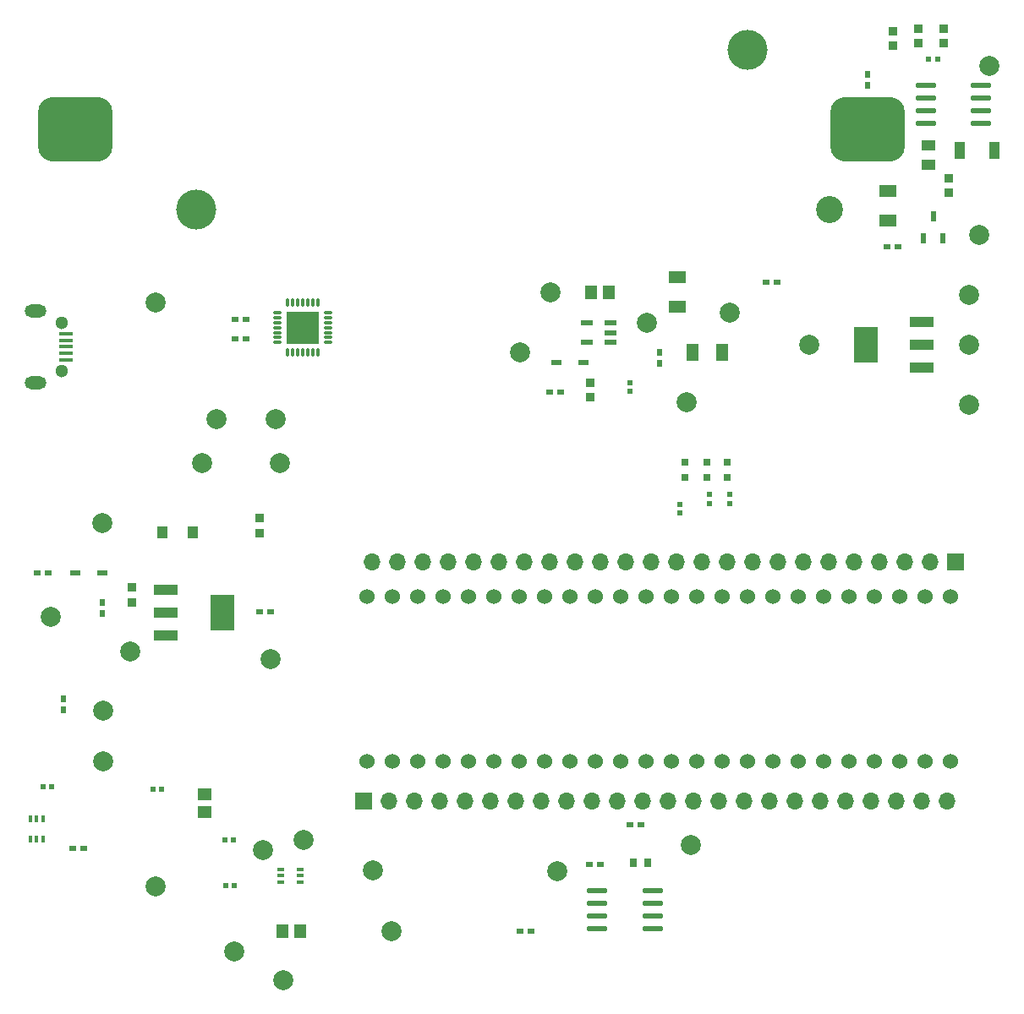
<source format=gts>
%TF.GenerationSoftware,KiCad,Pcbnew,(7.0.0)*%
%TF.CreationDate,2023-04-13T21:40:42+02:00*%
%TF.ProjectId,SCHEMATICS,53434845-4d41-4544-9943-532e6b696361,rev?*%
%TF.SameCoordinates,Original*%
%TF.FileFunction,Soldermask,Top*%
%TF.FilePolarity,Negative*%
%FSLAX46Y46*%
G04 Gerber Fmt 4.6, Leading zero omitted, Abs format (unit mm)*
G04 Created by KiCad (PCBNEW (7.0.0)) date 2023-04-13 21:40:42*
%MOMM*%
%LPD*%
G01*
G04 APERTURE LIST*
G04 Aperture macros list*
%AMRoundRect*
0 Rectangle with rounded corners*
0 $1 Rounding radius*
0 $2 $3 $4 $5 $6 $7 $8 $9 X,Y pos of 4 corners*
0 Add a 4 corners polygon primitive as box body*
4,1,4,$2,$3,$4,$5,$6,$7,$8,$9,$2,$3,0*
0 Add four circle primitives for the rounded corners*
1,1,$1+$1,$2,$3*
1,1,$1+$1,$4,$5*
1,1,$1+$1,$6,$7*
1,1,$1+$1,$8,$9*
0 Add four rect primitives between the rounded corners*
20,1,$1+$1,$2,$3,$4,$5,0*
20,1,$1+$1,$4,$5,$6,$7,0*
20,1,$1+$1,$6,$7,$8,$9,0*
20,1,$1+$1,$8,$9,$2,$3,0*%
G04 Aperture macros list end*
%ADD10R,0.540005X0.565659*%
%ADD11R,0.700000X0.600000*%
%ADD12C,2.000000*%
%ADD13R,1.450000X1.150000*%
%ADD14C,1.524000*%
%ADD15R,1.207518X1.701016*%
%ADD16R,0.600000X0.700000*%
%ADD17R,1.400000X0.400000*%
%ADD18C,1.300000*%
%ADD19O,2.200000X1.300000*%
%ADD20R,0.565659X0.540005*%
%ADD21R,0.350013X0.780010*%
%ADD22R,1.100000X1.700000*%
%ADD23R,0.864008X0.806477*%
%ADD24R,1.000000X0.600000*%
%ADD25R,0.970000X0.920000*%
%ADD26R,1.156998X0.489992*%
%ADD27R,1.175006X0.489992*%
%ADD28R,1.000000X1.200000*%
%ADD29R,0.532004X1.070003*%
%ADD30R,2.470003X0.980010*%
%ADD31R,2.470003X3.600000*%
%ADD32R,0.800000X0.800000*%
%ADD33R,0.800000X0.900000*%
%ADD34R,1.377013X1.132537*%
%ADD35R,1.701016X1.207518*%
%ADD36O,2.045009X0.588011*%
%ADD37R,1.150000X1.450000*%
%ADD38R,1.700000X1.700000*%
%ADD39O,1.700000X1.700000*%
%ADD40C,4.000000*%
%ADD41C,2.700000*%
%ADD42RoundRect,1.625000X-2.125000X-1.625000X2.125000X-1.625000X2.125000X1.625000X-2.125000X1.625000X0*%
%ADD43O,0.900000X0.280010*%
%ADD44O,0.280010X0.900000*%
%ADD45R,3.200000X3.200000*%
%ADD46R,0.780010X0.350013*%
G04 APERTURE END LIST*
D10*
%TO.C,R29*%
X156999999Y-97865633D03*
X156999999Y-96999999D03*
%TD*%
%TO.C,R27*%
X159999999Y-96865633D03*
X159999999Y-95999999D03*
%TD*%
%TO.C,R25*%
X161999999Y-95999999D03*
X161999999Y-96865633D03*
%TD*%
D11*
%TO.C,R33*%
X147978915Y-133068503D03*
X149078915Y-133068503D03*
%TD*%
D12*
%TO.C,TP8*%
X116969711Y-92799975D03*
%TD*%
%TO.C,TP24*%
X104499111Y-76750000D03*
%TD*%
D13*
%TO.C,C4*%
X109409999Y-127829999D03*
X109409999Y-126029999D03*
%TD*%
D12*
%TO.C,TP36*%
X126306274Y-133612033D03*
%TD*%
%TO.C,TP4*%
X153726500Y-78753538D03*
%TD*%
D11*
%TO.C,R28*%
X112477999Y-78422253D03*
X113577999Y-78422253D03*
%TD*%
D14*
%TO.C,U8*%
X184126500Y-106193500D03*
X181586500Y-106193500D03*
X179046500Y-106193500D03*
X176506500Y-106193500D03*
X173966500Y-106193500D03*
X171426500Y-106193500D03*
X168886500Y-106193500D03*
X166346500Y-106193500D03*
X163806500Y-106193500D03*
X161266500Y-106193500D03*
X158726500Y-106193500D03*
X156186500Y-106193500D03*
X153646500Y-106193500D03*
X151106500Y-106193500D03*
X148566500Y-106193500D03*
X146026500Y-106193500D03*
X143486500Y-106193500D03*
X140946500Y-106193500D03*
X138406500Y-106193500D03*
X135866500Y-106193500D03*
X133326500Y-106193500D03*
X130786500Y-106193500D03*
X128246500Y-106193500D03*
X125706500Y-106193500D03*
X125706500Y-122703500D03*
X128246500Y-122703500D03*
X130786500Y-122703500D03*
X133326500Y-122703500D03*
X135866500Y-122703500D03*
X138406500Y-122703500D03*
X140946500Y-122703500D03*
X143486500Y-122703500D03*
X146026500Y-122703500D03*
X148566500Y-122703500D03*
X151106500Y-122703500D03*
X153646500Y-122703500D03*
X156186500Y-122703500D03*
X158726500Y-122703500D03*
X161266500Y-122703500D03*
X163806500Y-122703500D03*
X166346500Y-122703500D03*
X168886500Y-122703500D03*
X171426500Y-122703500D03*
X173966500Y-122703500D03*
X176506500Y-122703500D03*
X179046500Y-122703500D03*
X181586500Y-122703500D03*
X184126500Y-122703500D03*
%TD*%
D12*
%TO.C,TP3*%
X144033840Y-75753538D03*
%TD*%
%TO.C,TP31*%
X187000000Y-70000000D03*
%TD*%
D15*
%TO.C,R22*%
X158247708Y-81703499D03*
X161205290Y-81703499D03*
%TD*%
D11*
%TO.C,R24*%
X165626499Y-74703499D03*
X166726499Y-74703499D03*
%TD*%
D16*
%TO.C,R17*%
X95249999Y-117569999D03*
X95249999Y-116469999D03*
%TD*%
D17*
%TO.C,MicroXNJ1*%
X95521335Y-79874967D03*
X95521335Y-80524955D03*
X95521335Y-81174942D03*
X95521335Y-81824929D03*
X95521335Y-82474917D03*
D18*
X95148717Y-83599886D03*
D19*
X92478663Y-84774891D03*
X92478663Y-77574993D03*
D18*
X95148717Y-78750000D03*
%TD*%
D20*
%TO.C,R40*%
X182804816Y-52323999D03*
X181939182Y-52323999D03*
%TD*%
D21*
%TO.C,U3*%
X93249999Y-128490015D03*
X92600012Y-128490015D03*
X91950025Y-128490015D03*
X91950025Y-130469999D03*
X92600012Y-130469999D03*
X93249999Y-130469999D03*
%TD*%
D12*
%TO.C,TP16*%
X117306274Y-144612033D03*
%TD*%
D11*
%TO.C,R14*%
X177715999Y-71119999D03*
X178815999Y-71119999D03*
%TD*%
%TO.C,R5*%
X92649999Y-103799974D03*
X93749999Y-103799974D03*
%TD*%
D16*
%TO.C,R15*%
X175767999Y-54947999D03*
X175767999Y-53847999D03*
%TD*%
D12*
%TO.C,TP20*%
X162033840Y-77753538D03*
%TD*%
D22*
%TO.C,D3*%
X188467999Y-61467999D03*
X185067949Y-61467999D03*
%TD*%
D23*
%TO.C,R9*%
X178307999Y-49538633D03*
X178307999Y-51045365D03*
%TD*%
D10*
%TO.C,R3*%
X152033839Y-85619171D03*
X152033839Y-84753537D03*
%TD*%
D12*
%TO.C,TP5*%
X94000000Y-108250000D03*
%TD*%
%TO.C,TP29*%
X186000000Y-76000000D03*
%TD*%
%TO.C,TP17*%
X115306274Y-131612033D03*
%TD*%
D20*
%TO.C,R21*%
X111481190Y-130632007D03*
X112346824Y-130632007D03*
%TD*%
D12*
%TO.C,TP28*%
X186000000Y-81000000D03*
%TD*%
D24*
%TO.C,D4*%
X96469799Y-103799974D03*
X99169799Y-103799974D03*
%TD*%
D25*
%TO.C,C3*%
X114969710Y-98299974D03*
X114969710Y-99849974D03*
%TD*%
D12*
%TO.C,TP14*%
X99250000Y-117670000D03*
%TD*%
D11*
%TO.C,R7*%
X114949999Y-107749999D03*
X116049999Y-107749999D03*
%TD*%
D23*
%TO.C,R2*%
X148033839Y-84753537D03*
X148033839Y-86260269D03*
%TD*%
D26*
%TO.C,TP4054-42-SOT25R1*%
X150033839Y-80703499D03*
X150033839Y-79753537D03*
X150033839Y-78803575D03*
D27*
X147726499Y-78803575D03*
X147726499Y-80703499D03*
%TD*%
D12*
%TO.C,TP6*%
X109169800Y-92799975D03*
%TD*%
D11*
%TO.C,R26*%
X112477999Y-80422253D03*
X113577999Y-80422253D03*
%TD*%
D20*
%TO.C,R20*%
X111556373Y-135204007D03*
X112422007Y-135204007D03*
%TD*%
D28*
%TO.C,D2*%
X105169799Y-99799974D03*
X108269621Y-99799974D03*
%TD*%
D12*
%TO.C,TP21*%
X157726500Y-86703500D03*
%TD*%
%TO.C,TP12*%
X186000000Y-87000000D03*
%TD*%
D11*
%TO.C,R32*%
X153078915Y-129068503D03*
X151978915Y-129068503D03*
%TD*%
D29*
%TO.C,Q1*%
X181422037Y-70342002D03*
X183321960Y-70342002D03*
X182371999Y-68071999D03*
%TD*%
D11*
%TO.C,R1*%
X145033839Y-85753537D03*
X143933839Y-85753537D03*
%TD*%
%TO.C,R34*%
X140988915Y-139768503D03*
X142088915Y-139768503D03*
%TD*%
D12*
%TO.C,TP22*%
X116578000Y-88422254D03*
%TD*%
D30*
%TO.C,REF2*%
X181264700Y-83282188D03*
X181264700Y-80982213D03*
X181264700Y-78682238D03*
D31*
X175594900Y-80982213D03*
%TD*%
D12*
%TO.C,TP30*%
X188000000Y-53000000D03*
%TD*%
D16*
%TO.C,R4*%
X154999999Y-81753537D03*
X154999999Y-82853537D03*
%TD*%
D12*
%TO.C,TP10*%
X99169800Y-98799975D03*
%TD*%
D32*
%TO.C,D6*%
X161726499Y-92703499D03*
X161733357Y-94302433D03*
%TD*%
D12*
%TO.C,TP27*%
X144726500Y-133703500D03*
%TD*%
D33*
%TO.C,C6*%
X152378890Y-132848528D03*
X153778940Y-132848528D03*
%TD*%
D11*
%TO.C,R16*%
X97349999Y-131469999D03*
X96249999Y-131469999D03*
%TD*%
D20*
%TO.C,R18*%
X105115633Y-125469999D03*
X104249999Y-125469999D03*
%TD*%
D34*
%TO.C,R13*%
X181863999Y-60975999D03*
X181863999Y-62975999D03*
%TD*%
D12*
%TO.C,TP23*%
X110578000Y-88422254D03*
%TD*%
D35*
%TO.C,R12*%
X177799999Y-68489581D03*
X177799999Y-65531999D03*
%TD*%
D12*
%TO.C,TP15*%
X99250000Y-122750000D03*
%TD*%
%TO.C,TP18*%
X128170008Y-139776008D03*
%TD*%
D30*
%TO.C,REF1*%
X105499999Y-105499999D03*
X105499999Y-107799974D03*
X105499999Y-110099949D03*
D31*
X111169799Y-107799974D03*
%TD*%
D35*
%TO.C,R23*%
X156726499Y-74224708D03*
X156726499Y-77182290D03*
%TD*%
D12*
%TO.C,TP19*%
X104500000Y-135250000D03*
%TD*%
D23*
%TO.C,R8*%
X183387999Y-49275999D03*
X183387999Y-50782731D03*
%TD*%
D24*
%TO.C,D1*%
X144683839Y-82753537D03*
X147383839Y-82753537D03*
%TD*%
D12*
%TO.C,TP9*%
X141033840Y-81753538D03*
%TD*%
%TO.C,TP1*%
X112422008Y-141808008D03*
%TD*%
%TO.C,TP7*%
X102000000Y-111750000D03*
%TD*%
D36*
%TO.C,U1*%
X187176415Y-58801003D03*
X187176415Y-57531000D03*
X187176415Y-56260998D03*
X187176415Y-54990995D03*
X181631583Y-54990995D03*
X181631583Y-56260998D03*
X181631583Y-57531000D03*
X181631583Y-58801003D03*
%TD*%
D25*
%TO.C,C2*%
X102169799Y-105249974D03*
X102169799Y-106799974D03*
%TD*%
D12*
%TO.C,TP13*%
X116000000Y-112500000D03*
%TD*%
D23*
%TO.C,R11*%
X183895999Y-64270633D03*
X183895999Y-65777365D03*
%TD*%
D37*
%TO.C,C1*%
X148133839Y-75753537D03*
X149933839Y-75753537D03*
%TD*%
D20*
%TO.C,R19*%
X94115633Y-125289999D03*
X93249999Y-125289999D03*
%TD*%
D12*
%TO.C,TP2*%
X119306274Y-130612033D03*
%TD*%
D16*
%TO.C,R6*%
X99169799Y-106799974D03*
X99169799Y-107899974D03*
%TD*%
D12*
%TO.C,TP26*%
X158078916Y-131068504D03*
%TD*%
D37*
%TO.C,C5*%
X117226007Y-139776007D03*
X119026007Y-139776007D03*
%TD*%
D12*
%TO.C,TP11*%
X170000000Y-81000000D03*
%TD*%
D38*
%TO.C,J2*%
X125306499Y-126703499D03*
D39*
X127846499Y-126703499D03*
X130386499Y-126703499D03*
X132926499Y-126703499D03*
X135466499Y-126703499D03*
X138006499Y-126703499D03*
X140546499Y-126703499D03*
X143086499Y-126703499D03*
X145626499Y-126703499D03*
X148166499Y-126703499D03*
X150706499Y-126703499D03*
X153246499Y-126703499D03*
X155786499Y-126703499D03*
X158326499Y-126703499D03*
X160866499Y-126703499D03*
X163406499Y-126703499D03*
X165946499Y-126703499D03*
X168486499Y-126703499D03*
X171026499Y-126703499D03*
X173566499Y-126703499D03*
X176106499Y-126703499D03*
X178646499Y-126703499D03*
X181186499Y-126703499D03*
X183726499Y-126703499D03*
%TD*%
D40*
%TO.C,U9*%
X108544000Y-67419000D03*
X163744000Y-51419000D03*
D41*
X171964000Y-67419000D03*
D42*
X175794000Y-59419000D03*
X96494000Y-59419000D03*
%TD*%
D32*
%TO.C,D8*%
X157515641Y-92703499D03*
X157522499Y-94302433D03*
%TD*%
D43*
%TO.C,IC1*%
X116749999Y-77748729D03*
X116749999Y-78249110D03*
X116749999Y-78749491D03*
X116749999Y-79249872D03*
X116749999Y-79750253D03*
X116749999Y-80250634D03*
X116749999Y-80751015D03*
D44*
X117748729Y-81749999D03*
X118249110Y-81749999D03*
X118749491Y-81749999D03*
X119249872Y-81749999D03*
X119750253Y-81749999D03*
X120250634Y-81749999D03*
X120751015Y-81749999D03*
D43*
X121749999Y-80751015D03*
X121749999Y-80250634D03*
X121749999Y-79750253D03*
X121749999Y-79249872D03*
X121749999Y-78749491D03*
X121749999Y-78249110D03*
X121749999Y-77748729D03*
D44*
X120751015Y-76749999D03*
X120250634Y-76749999D03*
X119750253Y-76749999D03*
X119249872Y-76749999D03*
X118749491Y-76749999D03*
X118249110Y-76749999D03*
X117748729Y-76749999D03*
D45*
X119249872Y-79249872D03*
%TD*%
D38*
%TO.C,J1*%
X184586499Y-102703499D03*
D39*
X182046499Y-102703499D03*
X179506499Y-102703499D03*
X176966499Y-102703499D03*
X174426499Y-102703499D03*
X171886499Y-102703499D03*
X169346499Y-102703499D03*
X166806499Y-102703499D03*
X164266499Y-102703499D03*
X161726499Y-102703499D03*
X159186499Y-102703499D03*
X156646499Y-102703499D03*
X154106499Y-102703499D03*
X151566499Y-102703499D03*
X149026499Y-102703499D03*
X146486499Y-102703499D03*
X143946499Y-102703499D03*
X141406499Y-102703499D03*
X138866499Y-102703499D03*
X136326499Y-102703499D03*
X133786499Y-102703499D03*
X131246499Y-102703499D03*
X128706499Y-102703499D03*
X126166499Y-102703499D03*
%TD*%
D23*
%TO.C,R10*%
X180847999Y-50782731D03*
X180847999Y-49275999D03*
%TD*%
D32*
%TO.C,D7*%
X159726499Y-92703499D03*
X159733357Y-94302433D03*
%TD*%
D46*
%TO.C,U5*%
X118999999Y-134837994D03*
X118999999Y-134188007D03*
X118999999Y-133538020D03*
X117020015Y-133538020D03*
X117020015Y-134188007D03*
X117020015Y-134837994D03*
%TD*%
D36*
%TO.C,U6*%
X154271331Y-139513507D03*
X154271331Y-138243504D03*
X154271331Y-136973502D03*
X154271331Y-135703499D03*
X148726499Y-135703499D03*
X148726499Y-136973502D03*
X148726499Y-138243504D03*
X148726499Y-139513507D03*
%TD*%
M02*

</source>
